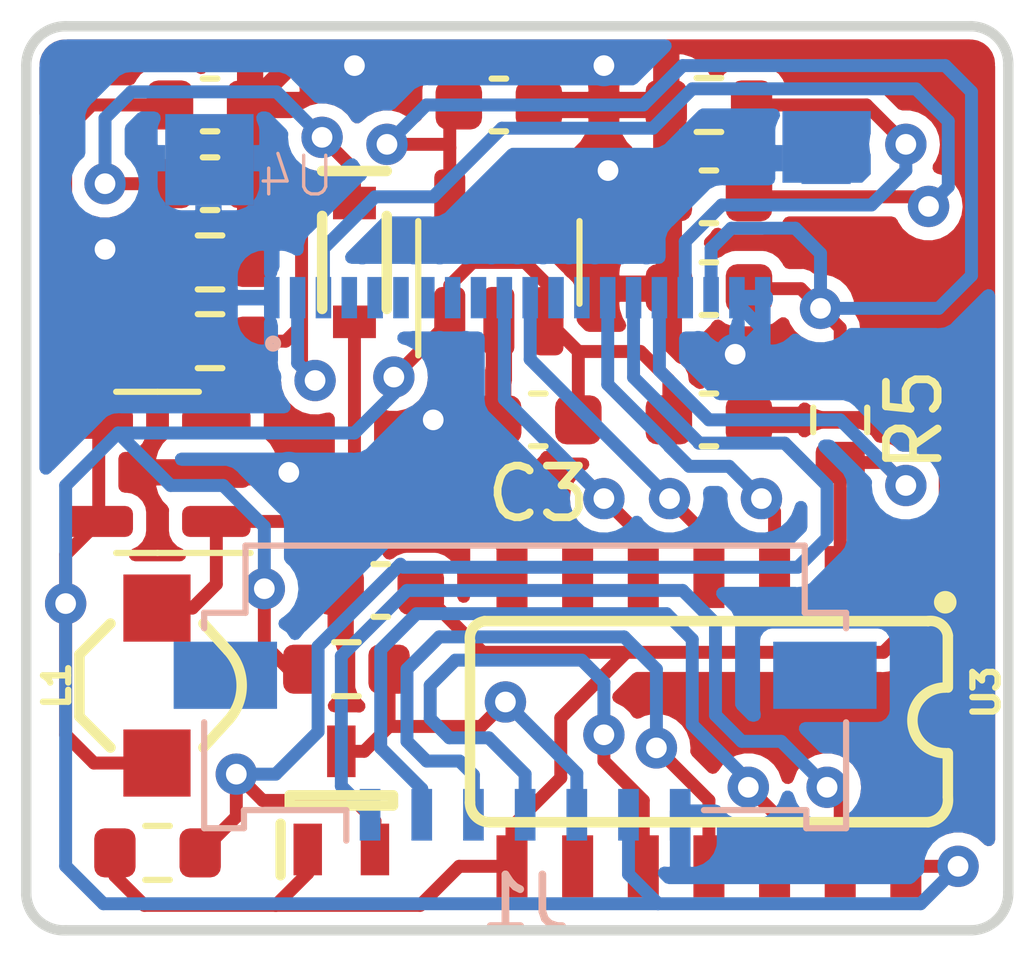
<source format=kicad_pcb>
(kicad_pcb (version 20211014) (generator pcbnew)
  (layers (0 "F.Cu" signal) (31 "B.Cu" signal) (34 "B.Paste" user) (35 "F.Paste" user) (36 "B.SilkS" user "B.Silkscreen") (37 "F.SilkS" user "F.Silkscreen") (38 "B.Mask" user) (39 "F.Mask" user) (44 "Edge.Cuts" user))
  (net 0 "")
  (net 1 "/VIN")
  (net 2 "GND")
  (net 3 "/3.3V")
  (net 4 "/12V")
  (net 5 "Net-(C8-Pad1)")
  (net 6 "Net-(D1-PadA)")
  (net 7 "CS_HIGH")
  (net 8 "DC_HIGH")
  (net 9 "SCLK_HIGH")
  (net 10 "SDIN_HIGH")
  (net 11 "RES_HIGH")
  (net 12 "RES")
  (net 13 "Net-(R1-Pad2)")
  (net 14 "CS")
  (net 15 "Net-(R6-Pad1)")
  (net 16 "DC")
  (net 17 "SCLK")
  (net 18 "SDIN")
  (footprint "Resistor_SMD:R_0603_1608Metric" (layer "F.Cu") (at 3.556 4.572)
    (fp_text reference "R2" hide)
    (fp_text value "5.6k")
    (fp_line (start -0.237258 -0.5225) (end 0.237258 -0.5225) (layer "F.SilkS") (width 0.12))
    (fp_line (start -0.237258 0.5225) (end 0.237258 0.5225) (layer "F.SilkS") (width 0.12))
    (pad "1" smd roundrect locked (at -0.825 0) (size 0.8 0.95) (layers "F.Cu" "F.Paste" "F.Mask") (net 13 "Net-(R1-Pad2)"))
    (pad "2" smd roundrect locked (at 0.825 0) (size 0.8 0.95) (layers "F.Cu" "F.Paste" "F.Mask") (net 2 "GND"))
  )
  (footprint "eec:SOD-323" (layer "F.Cu") (at 6.35 4.572 -90)
    (fp_text reference "D1" hide)
    (fp_text value "1A/23V/620mV")
    (fp_line (start -0.9 0.625) (end 0.9 0.625) (layer "F.SilkS") (width 0.2032))
    (fp_line (start -0.9 -0.625) (end 0.9 -0.625) (layer "F.SilkS") (width 0.2032))
    (fp_line (start -1.77 -0.625) (end -1.77 0.625) (layer "F.SilkS") (width 0.2032))
    (pad "A" smd rect (at 1.15 0 270) (size 0.63 0.83) (layers "F.Cu" "F.Paste" "F.Mask") (net 6 "Net-(D1-PadA)"))
    (pad "C" smd rect (at -1.15 0 270) (size 0.63 0.83) (layers "F.Cu" "F.Paste" "F.Mask") (net 4 "/12V"))
  )
  (footprint "Capacitor_SMD:C_0603_1608Metric" (layer "F.Cu") (at 3.556 1.524)
    (fp_text reference "C6" hide)
    (fp_text value "1.0u")
    (fp_line (start -0.14058 0.51) (end 0.14058 0.51) (layer "F.SilkS") (width 0.12))
    (fp_line (start -0.14058 -0.51) (end 0.14058 -0.51) (layer "F.SilkS") (width 0.12))
    (pad "1" smd roundrect locked (at -0.775 0) (size 0.9 0.95) (layers "F.Cu" "F.Paste" "F.Mask") (net 1 "/VIN"))
    (pad "2" smd roundrect locked (at 0.775 0) (size 0.9 0.95) (layers "F.Cu" "F.Paste" "F.Mask") (net 2 "GND"))
  )
  (footprint "Resistor_SMD:R_0603_1608Metric" (layer "F.Cu") (at 6.194446 12.446)
    (fp_text reference "R4" hide)
    (fp_text value "10k")
    (fp_line (start -0.237258 -0.5225) (end 0.237258 -0.5225) (layer "F.SilkS") (width 0.12))
    (fp_line (start -0.237258 0.5225) (end 0.237258 0.5225) (layer "F.SilkS") (width 0.12))
    (pad "1" smd roundrect locked (at -0.825 0) (size 0.8 0.95) (layers "F.Cu" "F.Paste" "F.Mask") (net 1 "/VIN"))
    (pad "2" smd roundrect locked (at 0.825 0) (size 0.8 0.95) (layers "F.Cu" "F.Paste" "F.Mask") (net 11 "RES_HIGH"))
  )
  (footprint "Capacitor_SMD:C_0603_1608Metric" (layer "F.Cu") (at 9.144 1.524)
    (fp_text reference "C2" hide)
    (fp_text value "2.2u")
    (fp_line (start -0.14058 -0.51) (end 0.14058 -0.51) (layer "F.SilkS") (width 0.12))
    (fp_line (start -0.14058 0.51) (end 0.14058 0.51) (layer "F.SilkS") (width 0.12))
    (pad "1" smd roundrect locked (at -0.775 0) (size 0.9 0.95) (layers "F.Cu" "F.Paste" "F.Mask") (net 3 "/3.3V"))
    (pad "2" smd roundrect locked (at 0.775 0) (size 0.9 0.95) (layers "F.Cu" "F.Paste" "F.Mask") (net 2 "GND"))
  )
  (footprint "Capacitor_SMD:C_0603_1608Metric" (layer "F.Cu") (at 6.858 10.922 180)
    (fp_text reference "C5" hide)
    (fp_text value "1.0u")
    (fp_line (start -0.14058 0.51) (end 0.14058 0.51) (layer "F.SilkS") (width 0.12))
    (fp_line (start -0.14058 -0.51) (end 0.14058 -0.51) (layer "F.SilkS") (width 0.12))
    (pad "1" smd roundrect locked (at -0.775 0 180) (size 0.9 0.95) (layers "F.Cu" "F.Paste" "F.Mask") (net 3 "/3.3V"))
    (pad "2" smd roundrect locked (at 0.775 0 180) (size 0.9 0.95) (layers "F.Cu" "F.Paste" "F.Mask") (net 2 "GND"))
  )
  (footprint "eec:CDRH124" (layer "F.Cu") (at 2.52895 12.762819 90)
    (fp_text reference "L1" (at 0 -1.651 90) (layer "F.SilkS") (effects (font (size 0.48768 0.48768) (thickness 0.12192)) (justify bottom)))
    (fp_text value "10uH")
    (fp_line (start 0.6783 1.3739) (end 1.2 0.9) (layer "F.SilkS") (width 0.2032))
    (fp_line (start -0.6 -1.5) (end 0.6 -1.5) (layer "F.SilkS") (width 0.2032))
    (fp_line (start -1.2 0.9) (end -0.6783 1.3739) (layer "F.SilkS") (width 0.2032))
    (fp_line (start 0.6 -1.5) (end 1.2 -0.9) (layer "F.SilkS") (width 0.2032))
    (fp_line (start -1.2 -0.9) (end -0.6 -1.5) (layer "F.SilkS") (width 0.2032))
    (fp_arc (start 0.678301 1.373899) (mid 0.000001 1.639111) (end -0.6783 1.3739) (layer "F.SilkS") (width 0.2032))
    (pad "P$1" smd rect (at -1.5 0 180) (size 1.3 1.3) (layers "F.Cu" "F.Paste" "F.Mask") (net 1 "/VIN"))
    (pad "P$2" smd rect (at 1.5 0 180) (size 1.3 1.3) (layers "F.Cu" "F.Paste" "F.Mask") (net 6 "Net-(D1-PadA)"))
  )
  (footprint "Capacitor_SMD:C_0603_1608Metric" (layer "F.Cu") (at 13.208 7.62)
    (fp_text reference "C1" hide)
    (fp_text value "1.0u")
    (fp_line (start -0.14058 -0.51) (end 0.14058 -0.51) (layer "F.SilkS") (width 0.12))
    (fp_line (start -0.14058 0.51) (end 0.14058 0.51) (layer "F.SilkS") (width 0.12))
    (pad "1" smd roundrect locked (at -0.775 0) (size 0.9 0.95) (layers "F.Cu" "F.Paste" "F.Mask") (net 1 "/VIN"))
    (pad "2" smd roundrect locked (at 0.775 0) (size 0.9 0.95) (layers "F.Cu" "F.Paste" "F.Mask") (net 2 "GND"))
  )
  (footprint "eec:SOT65P210X110-3N" (layer "F.Cu") (at 6.096 14.986 90)
    (fp_text reference "Q1" hide)
    (fp_text value "310mA/60V/1.6Ω" hide)
    (fp_line (start 0.1 1) (end -0.1 1) (layer "F.SilkS") (width 0.2))
    (fp_line (start 0.1 -1) (end 0.1 1) (layer "F.SilkS") (width 0.2))
    (fp_line (start -0.1 -1) (end 0.1 -1) (layer "F.SilkS") (width 0.2))
    (fp_line (start -0.1 1) (end -0.1 -1) (layer "F.SilkS") (width 0.2))
    (fp_line (start -1.45 -1.175) (end -0.45 -1.175) (layer "F.SilkS") (width 0.2))
    (pad "1" smd rect locked (at -0.95 -0.65 180) (size 0.55 1) (layers "F.Cu" "F.Paste" "F.Mask") (net 3 "/3.3V"))
    (pad "2" smd rect locked (at -0.95 0.65 180) (size 0.55 1) (layers "F.Cu" "F.Paste" "F.Mask") (net 12 "RES"))
    (pad "3" smd rect locked (at 0.95 0 180) (size 0.55 1) (layers "F.Cu" "F.Paste" "F.Mask") (net 11 "RES_HIGH"))
  )
  (footprint "Package_TO_SOT_SMD:SOT-23-5" (layer "F.Cu") (at 2.54 8.636 180)
    (fp_text reference "U2" hide)
    (fp_text value "AP3012" hide)
    (fp_line (start 0 -1.56) (end 0.8 -1.56) (layer "F.SilkS") (width 0.12))
    (fp_line (start 0 1.56) (end -0.8 1.56) (layer "F.SilkS") (width 0.12))
    (fp_line (start 0 1.56) (end 0.8 1.56) (layer "F.SilkS") (width 0.12))
    (fp_line (start 0 -1.56) (end -1.8 -1.56) (layer "F.SilkS") (width 0.12))
    (pad "1" smd roundrect locked (at -1.1375 -0.95 180) (size 1.325 0.6) (layers "F.Cu" "F.Paste" "F.Mask") (net 6 "Net-(D1-PadA)"))
    (pad "2" smd roundrect locked (at -1.1375 0 180) (size 1.325 0.6) (layers "F.Cu" "F.Paste" "F.Mask") (net 2 "GND"))
    (pad "3" smd roundrect locked (at -1.1375 0.95 180) (size 1.325 0.6) (layers "F.Cu" "F.Paste" "F.Mask") (net 13 "Net-(R1-Pad2)"))
    (pad "4" smd roundrect locked (at 1.1375 0.95 180) (size 1.325 0.6) (layers "F.Cu" "F.Paste" "F.Mask") (net 1 "/VIN"))
    (pad "5" smd roundrect locked (at 1.1375 -0.95 180) (size 1.325 0.6) (layers "F.Cu" "F.Paste" "F.Mask") (net 1 "/VIN"))
  )
  (footprint "Capacitor_SMD:C_0603_1608Metric" (layer "F.Cu") (at 13.208 3.302 180)
    (fp_text reference "C8" hide)
    (fp_text value "2.2u")
    (fp_line (start -0.14058 -0.51) (end 0.14058 -0.51) (layer "F.SilkS") (width 0.12))
    (fp_line (start -0.14058 0.51) (end 0.14058 0.51) (layer "F.SilkS") (width 0.12))
    (pad "1" smd roundrect locked (at -0.775 0 180) (size 0.9 0.95) (layers "F.Cu" "F.Paste" "F.Mask") (net 5 "Net-(C8-Pad1)"))
    (pad "2" smd roundrect locked (at 0.775 0 180) (size 0.9 0.95) (layers "F.Cu" "F.Paste" "F.Mask") (net 2 "GND"))
  )
  (footprint "Capacitor_SMD:C_0603_1608Metric" (layer "F.Cu") (at 3.556 3.048)
    (fp_text reference "C4" hide)
    (fp_text value "1.0u")
    (fp_line (start -0.14058 -0.51) (end 0.14058 -0.51) (layer "F.SilkS") (width 0.12))
    (fp_line (start -0.14058 0.51) (end 0.14058 0.51) (layer "F.SilkS") (width 0.12))
    (pad "1" smd roundrect locked (at -0.775 0) (size 0.9 0.95) (layers "F.Cu" "F.Paste" "F.Mask") (net 4 "/12V"))
    (pad "2" smd roundrect locked (at 0.775 0) (size 0.9 0.95) (layers "F.Cu" "F.Paste" "F.Mask") (net 2 "GND"))
  )
  (footprint "Resistor_SMD:R_0603_1608Metric" (layer "F.Cu") (at 15.748 7.62 -90)
    (fp_text reference "R5" (at 0 -1.43 90) (layer "F.SilkS"))
    (fp_text value "10k")
    (fp_line (start -0.237258 -0.5225) (end 0.237258 -0.5225) (layer "F.SilkS") (width 0.12))
    (fp_line (start -0.237258 0.5225) (end 0.237258 0.5225) (layer "F.SilkS") (width 0.12))
    (pad "1" smd roundrect locked (at -0.825 0 270) (size 0.8 0.95) (layers "F.Cu" "F.Paste" "F.Mask") (net 3 "/3.3V"))
    (pad "2" smd roundrect locked (at 0.825 0 270) (size 0.8 0.95) (layers "F.Cu" "F.Paste" "F.Mask") (net 14 "CS"))
  )
  (footprint "kbd:TXB0104" (layer "F.Cu") (at 13.208 13.462 180)
    (fp_text reference "U3" (at -5.08 0 90) (layer "F.SilkS") (effects (font (size 0.48768 0.48768) (thickness 0.12192)) (justify left top)))
    (fp_text value "TXB0104D")
    (fp_line (start -4.2418 1.9463) (end 4.3418 1.9463) (layer "F.SilkS") (width 0.2032))
    (fp_line (start 4.2418 -1.9463) (end -4.2418 -1.9463) (layer "F.SilkS") (width 0.2032))
    (fp_line (start -4.6228 -1.4526) (end -4.6228 -0.6096) (layer "F.SilkS") (width 0.2032))
    (fp_line (start -4.6228 1.6653) (end -4.6228 0.6604) (layer "F.SilkS") (width 0.2032))
    (fp_line (start 4.6228 1.5653) (end 4.6228 -1.5653) (layer "F.SilkS") (width 0.2032))
    (fp_arc (start 4.6228 1.5653) (mid 4.561208 1.813997) (end 4.3418 1.9463) (layer "F.SilkS") (width 0.2032))
    (fp_arc (start 4.2418 -1.9463) (mid 4.511237 -1.834736) (end 4.6228 -1.565298) (layer "F.SilkS") (width 0.2032))
    (fp_arc (start -4.572 -0.6096) (mid -3.937 0.0254) (end -4.572 0.6604) (layer "F.SilkS") (width 0.2032))
    (fp_arc (start -4.6228 -1.4653) (mid -4.531948 -1.784731) (end -4.2418 -1.9463) (layer "F.SilkS") (width 0.2032))
    (fp_arc (start -4.241799 1.946301) (mid -4.49054 1.884767) (end -4.6228 1.6653) (layer "F.SilkS") (width 0.2032))
    (fp_circle (center -4.572 2.3114) (end -4.462752 2.3114) (layer "F.SilkS") (width 0.218496) (fill solid))
    (pad "1" smd rect (at -3.81 2.8 180) (size 0.6 1.2) (layers "F.Cu" "F.Paste" "F.Mask") (net 3 "/3.3V"))
    (pad "2" smd rect (at -2.54 2.8 180) (size 0.6 1.2) (layers "F.Cu" "F.Paste" "F.Mask") (net 14 "CS"))
    (pad "3" smd rect (at -1.27 2.8 180) (size 0.6 1.2) (layers "F.Cu" "F.Paste" "F.Mask") (net 16 "DC"))
    (pad "4" smd rect (at 0 2.8 180) (size 0.6 1.2) (layers "F.Cu" "F.Paste" "F.Mask") (net 17 "SCLK"))
    (pad "5" smd rect (at 1.27 2.8 180) (size 0.6 1.2) (layers "F.Cu" "F.Paste" "F.Mask") (net 18 "SDIN"))
    (pad "6" smd rect (at 2.54 2.8 180) (size 0.6 1.2) (layers "F.Cu" "F.Paste" "F.Mask"))
    (pad "7" smd rect (at 3.81 2.8 180) (size 0.6 1.2) (layers "F.Cu" "F.Paste" "F.Mask") (net 2 "GND"))
    (pad "8" smd rect (at 3.81 -2.8 180) (size 0.6 1.2) (layers "F.Cu" "F.Paste" "F.Mask") (net 3 "/3.3V"))
    (pad "9" smd rect (at 2.54 -2.8 180) (size 0.6 1.2) (layers "F.Cu" "F.Paste" "F.Mask"))
    (pad "10" smd rect (at 1.27 -2.8 180) (size 0.6 1.2) (layers "F.Cu" "F.Paste" "F.Mask") (net 10 "SDIN_HIGH"))
    (pad "11" smd rect (at 0 -2.8 180) (size 0.6 1.2) (layers "F.Cu" "F.Paste" "F.Mask") (net 9 "SCLK_HIGH"))
    (pad "12" smd rect (at -1.27 -2.8 180) (size 0.6 1.2) (layers "F.Cu" "F.Paste" "F.Mask") (net 8 "DC_HIGH"))
    (pad "13" smd rect (at -2.54 -2.8 180) (size 0.6 1.2) (layers "F.Cu" "F.Paste" "F.Mask") (net 7 "CS_HIGH"))
    (pad "14" smd rect (at -3.81 -2.8 180) (size 0.6 1.2) (layers "F.Cu" "F.Paste" "F.Mask") (net 1 "/VIN"))
  )
  (footprint "Capacitor_SMD:C_0603_1608Metric" (layer "F.Cu") (at 9.906 7.62 180)
    (fp_text reference "C3" (at 0 -1.43) (layer "F.SilkS"))
    (fp_text value "1.0u")
    (fp_line (start -0.14058 0.51) (end 0.14058 0.51) (layer "F.SilkS") (width 0.12))
    (fp_line (start -0.14058 -0.51) (end 0.14058 -0.51) (layer "F.SilkS") (width 0.12))
    (pad "1" smd roundrect locked (at -0.775 0 180) (size 0.9 0.95) (layers "F.Cu" "F.Paste" "F.Mask") (net 1 "/VIN"))
    (pad "2" smd roundrect locked (at 0.775 0 180) (size 0.9 0.95) (layers "F.Cu" "F.Paste" "F.Mask") (net 2 "GND"))
  )
  (footprint "Capacitor_SMD:C_0603_1608Metric" (layer "F.Cu") (at 13.208 5.08 180)
    (fp_text reference "C7" hide)
    (fp_text value "1.0u")
    (fp_line (start -0.14058 -0.51) (end 0.14058 -0.51) (layer "F.SilkS") (width 0.12))
    (fp_line (start -0.14058 0.51) (end 0.14058 0.51) (layer "F.SilkS") (width 0.12))
    (pad "1" smd roundrect locked (at -0.775 0 180) (size 0.9 0.95) (layers "F.Cu" "F.Paste" "F.Mask") (net 3 "/3.3V"))
    (pad "2" smd roundrect locked (at 0.775 0 180) (size 0.9 0.95) (layers "F.Cu" "F.Paste" "F.Mask") (net 2 "GND"))
  )
  (footprint "Resistor_SMD:R_0603_1608Metric" (layer "F.Cu") (at 2.54 16.002)
    (fp_text reference "R3" hide)
    (fp_text value "10k" hide)
    (fp_line (start -0.237258 0.5225) (end 0.237258 0.5225) (layer "F.SilkS") (width 0.12))
    (fp_line (start -0.237258 -0.5225) (end 0.237258 -0.5225) (layer "F.SilkS") (width 0.12))
    (pad "1" smd roundrect locked (at -0.825 0) (size 0.8 0.95) (layers "F.Cu" "F.Paste" "F.Mask") (net 3 "/3.3V"))
    (pad "2" smd roundrect locked (at 0.825 0) (size 0.8 0.95) (layers "F.Cu" "F.Paste" "F.Mask") (net 12 "RES"))
  )
  (footprint "Package_TO_SOT_SMD:SOT-23-5" (layer "F.Cu") (at 9.144 4.572 90)
    (fp_text reference "U1" hide)
    (fp_text value "AP2112K-3.3V" hide)
    (fp_line (start 0 1.56) (end 0.8 1.56) (layer "F.SilkS") (width 0.12))
    (fp_line (start 0 1.56) (end -0.8 1.56) (layer "F.SilkS") (width 0.12))
    (fp_line (start 0 -1.56) (end 0.8 -1.56) (layer "F.SilkS") (width 0.12))
    (fp_line (start 0 -1.56) (end -1.8 -1.56) (layer "F.SilkS") (width 0.12))
    (pad "1" smd roundrect locked (at -1.1375 -0.95 90) (size 1.325 0.6) (layers "F.Cu" "F.Paste" "F.Mask") (net 1 "/VIN"))
    (pad "2" smd roundrect locked (at -1.1375 0 90) (size 1.325 0.6) (layers "F.Cu" "F.Paste" "F.Mask") (net 2 "GND"))
    (pad "3" smd roundrect locked (at -1.1375 0.95 90) (size 1.325 0.6) (layers "F.Cu" "F.Paste" "F.Mask") (net 1 "/VIN"))
    (pad "4" smd roundrect locked (at 1.1375 0.95 90) (size 1.325 0.6) (layers "F.Cu" "F.Paste" "F.Mask"))
    (pad "5" smd roundrect locked (at 1.1375 -0.95 90) (size 1.325 0.6) (layers "F.Cu" "F.Paste" "F.Mask") (net 3 "/3.3V"))
  )
  (footprint "Resistor_SMD:R_0603_1608Metric" (layer "F.Cu") (at 3.556 6.096 180)
    (fp_text reference "R1" hide)
    (fp_text value "47k")
    (fp_line (start -0.237258 -0.5225) (end 0.237258 -0.5225) (layer "F.SilkS") (width 0.12))
    (fp_line (start -0.237258 0.5225) (end 0.237258 0.5225) (layer "F.SilkS") (width 0.12))
    (pad "1" smd roundrect locked (at -0.825 0 180) (size 0.8 0.95) (layers "F.Cu" "F.Paste" "F.Mask") (net 4 "/12V"))
    (pad "2" smd roundrect locked (at 0.825 0 180) (size 0.8 0.95) (layers "F.Cu" "F.Paste" "F.Mask") (net 13 "Net-(R1-Pad2)"))
  )
  (footprint "Resistor_SMD:R_0603_1608Metric" (layer "F.Cu") (at 13.208 1.524 180)
    (fp_text reference "R6" hide)
    (fp_text value "390k" hide)
    (fp_line (start -0.237258 -0.5225) (end 0.237258 -0.5225) (layer "F.SilkS") (width 0.12))
    (fp_line (start -0.237258 0.5225) (end 0.237258 0.5225) (layer "F.SilkS") (width 0.12))
    (pad "1" smd roundrect locked (at -0.825 0 180) (size 0.8 0.95) (layers "F.Cu" "F.Paste" "F.Mask") (net 15 "Net-(R6-Pad1)"))
    (pad "2" smd roundrect locked (at 0.825 0 180) (size 0.8 0.95) (layers "F.Cu" "F.Paste" "F.Mask") (net 2 "GND"))
  )
  (footprint "kbd:AMPHENOL_10051922-2010ELF" (layer "B.Cu") (at 9.5 5.254)
    (fp_text reference "U4" (at -5.0658 -1.9142) (layer "B.SilkS") (effects (font (size 0.747776 0.747776) (thickness 0.065024)) (justify right bottom mirror)))
    (fp_text value "UG-6464TDDBG01")
    (fp_circle (center -4.7244 0.889) (end -4.644082 0.889) (layer "B.SilkS") (width 0.1524) (fill none))
    (pad "1" smd rect (at -4.75 0) (size 0.3 0.8) (layers "B.Cu" "B.Paste" "B.Mask") (net 2 "GND"))
    (pad "2" smd rect (at -4.25 0) (size 0.3 0.8) (layers "B.Cu" "B.Paste" "B.Mask") (net 4 "/12V"))
    (pad "3" smd rect (at -3.75 0) (size 0.3 0.8) (layers "B.Cu" "B.Paste" "B.Mask") (net 5 "Net-(C8-Pad1)"))
    (pad "4" smd rect (at -3.25 0) (size 0.3 0.8) (layers "B.Cu" "B.Paste" "B.Mask"))
    (pad "5" smd rect (at -2.75 0) (size 0.3 0.8) (layers "B.Cu" "B.Paste" "B.Mask"))
    (pad "6" smd rect (at -2.25 0) (size 0.3 0.8) (layers "B.Cu" "B.Paste" "B.Mask"))
    (pad "7" smd rect (at -1.75 0) (size 0.3 0.8) (layers "B.Cu" "B.Paste" "B.Mask"))
    (pad "8" smd rect (at -1.25 0) (size 0.3 0.8) (layers "B.Cu" "B.Paste" "B.Mask"))
    (pad "9" smd rect (at -0.75 0) (size 0.3 0.8) (layers "B.Cu" "B.Paste" "B.Mask"))
    (pad "10" smd rect (at -0.25 0) (size 0.3 0.8) (layers "B.Cu" "B.Paste" "B.Mask") (net 18 "SDIN"))
    (pad "11" smd rect (at 0.25 0) (size 0.3 0.8) (layers "B.Cu" "B.Paste" "B.Mask") (net 17 "SCLK"))
    (pad "12" smd rect (at 0.75 0) (size 0.3 0.8) (layers "B.Cu" "B.Paste" "B.Mask"))
    (pad "13" smd rect (at 1.25 0) (size 0.3 0.8) (layers "B.Cu" "B.Paste" "B.Mask"))
    (pad "14" smd rect (at 1.75 0) (size 0.3 0.8) (layers "B.Cu" "B.Paste" "B.Mask") (net 16 "DC"))
    (pad "15" smd rect (at 2.25 0) (size 0.3 0.8) (layers "B.Cu" "B.Paste" "B.Mask") (net 12 "RES"))
    (pad "16" smd rect (at 2.75 0) (size 0.3 0.8) (layers "B.Cu" "B.Paste" "B.Mask") (net 14 "CS"))
    (pad "17" smd rect (at 3.25 0) (size 0.3 0.8) (layers "B.Cu" "B.Paste" "B.Mask") (net 15 "Net-(R6-Pad1)"))
    (pad "18" smd rect (at 3.75 0) (size 0.3 0.8) (layers "B.Cu" "B.Paste" "B.Mask") (net 3 "/3.3V"))
    (pad "19" smd rect (at 4.25 0) (size 0.3 0.8) (layers "B.Cu" "B.Paste" "B.Mask") (net 2 "GND"))
    (pad "20" smd rect (at 4.75 0) (size 0.3 0.8) (layers "B.Cu" "B.Paste" "B.Mask") (net 2 "GND"))
    (pad "P$21" smd rect (at -5.975 -2.7) (size 0.95 1) (layers "B.Cu" "B.Paste" "B.Mask") (net 2 "GND"))
    (pad "P$22" smd rect (at 5.975 -2.7) (size 0.95 1) (layers "B.Cu" "B.Paste" "B.Mask") (net 2 "GND"))
  )
  (footprint "Connector_FFC-FPC:Molex_200528-0070_1x07-1MP_P1.00mm_Horizontal" (layer "B.Cu") (at 9.652 14.353978)
    (fp_text reference "J1" (at 0 2.61) (layer "B.SilkS") (effects (justify mirror)))
    (fp_text value "Conn_01x07" hide)
    (fp_line (start 5.44 1.17) (end 5.44 0.82) (layer "B.SilkS") (width 0.12))
    (fp_line (start 6.21 -3) (end 6.21 -2.7) (layer "B.SilkS") (width 0.12))
    (fp_line (start -5.41 -4.3) (end 5.41 -4.3) (layer "B.SilkS") (width 0.12))
    (fp_line (start -6.21 -3) (end -5.41 -3) (layer "B.SilkS") (width 0.12))
    (fp_line (start -3.46 0.82) (end -5.44 0.82) (layer "B.SilkS") (width 0.12))
    (fp_line (start -6.21 1.17) (end -6.21 -0.88) (layer "B.SilkS") (width 0.12))
    (fp_line (start -5.41 -3) (end -5.41 -4.3) (layer "B.SilkS") (width 0.12))
    (fp_line (start -5.44 0.82) (end -5.44 1.17) (layer "B.SilkS") (width 0.12))
    (fp_line (start 5.44 0.82) (end 3.46 0.82) (layer "B.SilkS") (width 0.12))
    (fp_line (start -3.46 1.41) (end -3.46 0.82) (layer "B.SilkS") (width 0.12))
    (fp_line (start 5.41 -3) (end 6.21 -3) (layer "B.SilkS") (width 0.12))
    (fp_line (start -5.44 1.17) (end -6.21 1.17) (layer "B.SilkS") (width 0.12))
    (fp_line (start 5.41 -4.3) (end 5.41 -3) (layer "B.SilkS") (width 0.12))
    (fp_line (start -6.21 -2.7) (end -6.21 -3) (layer "B.SilkS") (width 0.12))
    (fp_line (start 6.21 1.17) (end 5.44 1.17) (layer "B.SilkS") (width 0.12))
    (fp_line (start 6.21 -0.88) (end 6.21 1.17) (layer "B.SilkS") (width 0.12))
    (pad "1" smd rect locked (at -3 0.91) (size 0.4 1) (layers "B.Cu" "B.Paste" "B.Mask") (net 7 "CS_HIGH"))
    (pad "2" smd rect locked (at -2 0.91) (size 0.4 1) (layers "B.Cu" "B.Paste" "B.Mask") (net 8 "DC_HIGH"))
    (pad "3" smd rect locked (at -1 0.91) (size 0.4 1) (layers "B.Cu" "B.Paste" "B.Mask") (net 9 "SCLK_HIGH"))
    (pad "4" smd rect locked (at 0 0.91) (size 0.4 1) (layers "B.Cu" "B.Paste" "B.Mask") (net 10 "SDIN_HIGH"))
    (pad "5" smd rect locked (at 1 0.91) (size 0.4 1) (layers "B.Cu" "B.Paste" "B.Mask") (net 11 "RES_HIGH"))
    (pad "6" smd rect locked (at 2 0.91) (size 0.4 1) (layers "B.Cu" "B.Paste" "B.Mask") (net 1 "/VIN"))
    (pad "7" smd rect locked (at 3 0.91) (size 0.4 1) (layers "B.Cu" "B.Paste" "B.Mask") (net 2 "GND"))
    (pad "MP" smd rect locked (at -5.8 -1.79) (size 2 1.3) (layers "B.Cu" "B.Paste" "B.Mask"))
    (pad "MP" smd rect locked (at 5.8 -1.79) (size 2 1.3) (layers "B.Cu" "B.Paste" "B.Mask"))
  )
  (gr_arc (start 0.762 17.5) (mid 0.238925 17.314815) (end 0 16.814) (layer "Edge.Cuts") (width 0.2))
  (gr_line (start 0 0.762) (end 0 16.814) (layer "Edge.Cuts") (width 0.2))
  (gr_arc (start 0 0.762) (mid 0.223185 0.223185) (end 0.762 0) (layer "Edge.Cuts") (width 0.2))
  (gr_line (start 0.762 17.5) (end 18.288 17.5) (layer "Edge.Cuts") (width 0.2))
  (gr_line (start 0.762 0) (end 18.288 0) (layer "Edge.Cuts") (width 0.2))
  (gr_arc (start 18.288 0) (mid 18.800875 0.23127) (end 19 0.75746) (layer "Edge.Cuts") (width 0.2))
  (gr_line (start 19 0.75746) (end 19 16.764) (layer "Edge.Cuts") (width 0.2))
  (gr_arc (start 19 16.764) (mid 18.796431 17.27946) (end 18.288 17.5) (layer "Edge.Cuts") (width 0.2))
  (segment (start 1.4025 9.586) (end 0.762 10.2265) (width 0.25) (layer "F.Cu") (net 1))
  (segment (start 0.762 13.716) (end 1.308819 14.262819) (width 0.25) (layer "F.Cu") (net 1))
  (segment (start 1.4025 7.686) (end 1.4025 9.586) (width 0.25) (layer "F.Cu") (net 1))
  (segment (start 0.762 2.032) (end 0.762 5.334) (width 0.25) (layer "F.Cu") (net 1))
  (segment (start 0.762 10.2265) (end 0.762 11.176) (width 0.25) (layer "F.Cu") (net 1))
  (segment (start 10.681 7.62) (end 10.681 6.2965) (width 0.25) (layer "F.Cu") (net 1))
  (segment (start 2.781 1.524) (end 1.27 1.524) (width 0.25) (layer "F.Cu") (net 1))
  (segment (start 4.606077 11.972077) (end 4.606077 10.887923) (width 0.25) (layer "F.Cu") (net 1))
  (segment (start 9.652 4.572) (end 10.094 5.014) (width 0.25) (layer "F.Cu") (net 1))
  (segment (start 0.762 11.176) (end 0.762 13.716) (width 0.25) (layer "F.Cu") (net 1))
  (segment (start 8.194 5.7095) (end 8.194 5.014) (width 0.25) (layer "F.Cu") (net 1))
  (segment (start 17.018 16.262) (end 18.028 16.262) (width 0.25) (layer "F.Cu") (net 1))
  (segment (start 1.4025 5.9745) (end 1.4025 7.686) (width 0.25) (layer "F.Cu") (net 1))
  (segment (start 12.433 6.845) (end 12.433 7.62) (width 0.25) (layer "F.Cu") (net 1))
  (segment (start 0.762 5.334) (end 1.4025 5.9745) (width 0.25) (layer "F.Cu") (net 1))
  (segment (start 5.08 12.446) (end 5.369446 12.446) (width 0.25) (layer "F.Cu") (net 1))
  (segment (start 8.636 4.572) (end 9.652 4.572) (width 0.25) (layer "F.Cu") (net 1))
  (segment (start 11.8845 6.2965) (end 11.938 6.35) (width 0.25) (layer "F.Cu") (net 1))
  (segment (start 8.194 5.7095) (end 7.112 6.7915) (width 0.25) (layer "F.Cu") (net 1))
  (segment (start 5.08 12.446) (end 4.606077 11.972077) (width 0.25) (layer "F.Cu") (net 1))
  (segment (start 8.194 5.014) (end 8.636 4.572) (width 0.25) (layer "F.Cu") (net 1))
  (segment (start 10.681 6.2965) (end 11.8845 6.2965) (width 0.25) (layer "F.Cu") (net 1))
  (segment (start 10.094 5.014) (end 10.094 5.7095) (width 0.25) (layer "F.Cu") (net 1))
  (segment (start 1.308819 14.262819) (end 2.52895 14.262819) (width 0.25) (layer "F.Cu") (net 1))
  (segment (start 10.681 6.2965) (end 10.094 5.7095) (width 0.25) (layer "F.Cu") (net 1))
  (segment (start 11.938 6.35) (end 12.433 6.845) (width 0.25) (layer "F.Cu") (net 1))
  (segment (start 1.27 1.524) (end 0.762 2.032) (width 0.25) (layer "F.Cu") (net 1))
  (via (at 7.112 6.7915) (size 0.8) (drill 0.4) (layers "F.Cu" "B.Cu") (net 1))
  (via (at 4.606077 10.887923) (size 0.8) (drill 0.4) (layers "F.Cu" "B.Cu") (net 1))
  (via (at 18.028 16.262) (size 0.8) (drill 0.4) (layers "F.Cu" "B.Cu") (net 1))
  (via (at 0.762 11.176) (size 0.8) (drill 0.4) (layers "F.Cu" "B.Cu") (net 1))
  (segment (start 12.223489 16.986511) (end 17.303489 16.986511) (width 0.25) (layer "B.Cu") (net 1))
  (segment (start 11.652 16.415022) (end 12.223489 16.986511) (width 0.25) (layer "B.Cu") (net 1))
  (segment (start 0.762 8.89) (end 1.778 7.874) (width 0.25) (layer "B.Cu") (net 1))
  (segment (start 3.81 8.89) (end 4.606077 9.686077) (width 0.25) (layer "B.Cu") (net 1))
  (segment (start 6.35 7.874) (end 7.112 7.112) (width 0.25) (layer "B.Cu") (net 1))
  (segment (start 18.028 16.262) (end 17.303489 16.986511) (width 0.25) (layer "B.Cu") (net 1))
  (segment (start 1.778 7.874) (end 2.794 8.89) (width 0.25) (layer "B.Cu") (net 1))
  (segment (start 0.762 16.256) (end 0.762 11.176) (width 0.25) (layer "B.Cu") (net 1))
  (segment (start 0.762 11.176) (end 0.762 8.89) (width 0.25) (layer "B.Cu") (net 1))
  (segment (start 4.606077 9.686077) (end 4.606077 10.887923) (width 0.25) (layer "B.Cu") (net 1))
  (segment (start 11.652 15.263978) (end 11.652 16.415022) (width 0.25) (layer "B.Cu") (net 1))
  (segment (start 7.112 7.112) (end 7.112 6.7915) (width 0.25) (layer "B.Cu") (net 1))
  (segment (start 2.794 8.89) (end 3.81 8.89) (width 0.25) (layer "B.Cu") (net 1))
  (segment (start 1.778 7.874) (end 6.35 7.874) (width 0.25) (layer "B.Cu") (net 1))
  (segment (start 1.492511 16.986511) (end 0.762 16.256) (width 0.25) (layer "B.Cu") (net 1))
  (segment (start 1.492511 16.986511) (end 12.223489 16.986511) (width 0.25) (layer "B.Cu") (net 1))
  (segment (start 11.176 1.524) (end 11.176 0.762) (width 0.381) (layer "F.Cu") (net 2))
  (segment (start 12.433 1.574) (end 12.383 1.524) (width 0.381) (layer "F.Cu") (net 2))
  (segment (start 6.604 9.652) (end 8.89 9.652) (width 0.381) (layer "F.Cu") (net 2))
  (segment (start 13.716 6.35) (end 13.983 6.617) (width 0.381) (layer "F.Cu") (net 2))
  (segment (start 13.983 6.617) (end 13.983 7.62) (width 0.381) (layer "F.Cu") (net 2))
  (segment (start 6.083 10.173) (end 6.604 9.652) (width 0.381) (layer "F.Cu") (net 2))
  (segment (start 8.89 9.652) (end 7.874 8.636) (width 0.381) (layer "F.Cu") (net 2))
  (segment (start 8.89 9.652) (end 9.398 10.16) (width 0.381) (layer "F.Cu") (net 2))
  (segment (start 12.7 6.35) (end 13.716 6.35) (width 0.381) (layer "F.Cu") (net 2))
  (segment (start 4.331 1.524) (end 4.331 4.522) (width 0.381) (layer "F.Cu") (net 2))
  (segment (start 5.093 0.762) (end 6.35 0.762) (width 0.381) (layer "F.Cu") (net 2))
  (segment (start 12.433 5.08) (end 12.433 3.302) (width 0.381) (layer "F.Cu") (net 2))
  (segment (start 9.131 5.7225) (end 9.144 5.7095) (width 0.381) (layer "F.Cu") (net 2))
  (segment (start 11.176 1.524) (end 12.383 1.524) (width 0.381) (layer "F.Cu") (net 2))
  (segment (start 4.331 1.524) (end 5.093 0.762) (width 0.381) (layer "F.Cu") (net 2))
  (segment (start 12.433 6.083) (end 12.7 6.35) (width 0.381) (layer "F.Cu") (net 2))
  (segment (start 12.433 5.08) (end 12.433 6.083) (width 0.381) (layer "F.Cu") (net 2))
  (segment (start 6.083 10.922) (end 6.083 10.173) (width 0.381) (layer "F.Cu") (net 2))
  (segment (start 4.331 4.522) (end 4.381 4.572) (width 0.381) (layer "F.Cu") (net 2))
  (segment (start 7.874 8.636) (end 7.874 7.62) (width 0.381) (layer "F.Cu") (net 2))
  (segment (start 9.131 7.62) (end 9.131 5.7225) (width 0.381) (layer "F.Cu") (net 2))
  (segment (start 9.919 1.524) (end 11.176 1.524) (width 0.381) (layer "F.Cu") (net 2))
  (segment (start 9.398 10.16) (end 9.398 10.662) (width 0.381) (layer "F.Cu") (net 2))
  (segment (start 9.131 7.62) (end 7.874 7.62) (width 0.381) (layer "F.Cu") (net 2))
  (segment (start 3.6775 8.636) (end 5.08 8.636) (width 0.381) (layer "F.Cu") (net 2))
  (via (at 13.716 6.35) (size 0.8) (drill 0.4) (layers "F.Cu" "B.Cu") (net 2))
  (via (at 11.176 0.762) (size 0.8) (drill 0.4) (layers "F.Cu" "B.Cu") (net 2))
  (via (at 11.255824 2.794) (size 0.8) (drill 0.4) (layers "F.Cu" "B.Cu") (net 2))
  (via (at 7.874 7.62) (size 0.8) (drill 0.4) (layers "F.Cu" "B.Cu") (net 2))
  (via (at 1.524 4.318) (size 0.8) (drill 0.4) (layers "F.Cu" "B.Cu") (net 2))
  (via (at 6.35 0.762) (size 0.8) (drill 0.4) (layers "F.Cu" "B.Cu") (net 2))
  (via (at 5.08 8.636) (size 0.8) (drill 0.4) (layers "F.Cu" "B.Cu") (net 2))
  (segment (start 5.08 8.636) (end 6.858 8.636) (width 0.381) (layer "B.Cu") (net 2))
  (segment (start 6.35 0.762) (end 10.922 0.762) (width 0.381) (layer "B.Cu") (net 2))
  (segment (start 14.25 5) (end 14.25 5.868) (width 0.25) (layer "B.Cu") (net 2))
  (segment (start 14.25 5.868) (end 13.768 6.35) (width 0.25) (layer "B.Cu") (net 2))
  (segment (start 13.768 6.35) (end 13.716 6.35) (width 0.25) (layer "B.Cu") (net 2))
  (segment (start 14.25 5.868) (end 13.75 5.368) (width 0.25) (layer "B.Cu") (net 2))
  (segment (start 10.922 0.762) (end 11.176 0.762) (width 0.381) (layer "B.Cu") (net 2))
  (segment (start 6.858 8.636) (end 7.874 7.62) (width 0.381) (layer "B.Cu") (net 2))
  (segment (start 15.748 5.842) (end 15.748 6.795) (width 0.25) (layer "F.Cu") (net 3))
  (segment (start 10.341748 13.389748) (end 11.611748 12.119748) (width 0.25) (layer "F.Cu") (net 3))
  (segment (start 7.62 17.018) (end 8.376 16.262) (width 0.25) (layer "F.Cu") (net 3))
  (segment (start 8.194 2.352) (end 8.128 2.286) (width 0.25) (layer "F.Cu") (net 3))
  (segment (start 16.955 6.795) (end 17.78 7.62) (width 0.25) (layer "F.Cu") (net 3))
  (segment (start 17.78 7.62) (end 17.78 9.9) (width 0.25) (layer "F.Cu") (net 3))
  (segment (start 8.194 1.699) (end 8.369 1.524) (width 0.25) (layer "F.Cu") (net 3))
  (segment (start 8.376 16.262) (end 9.398 16.262) (width 0.25) (layer "F.Cu") (net 3))
  (segment (start 4.826 17.018) (end 5.446 16.398) (width 0.25) (layer "F.Cu") (net 3))
  (segment (start 9.398 15.494) (end 10.341748 14.550252) (width 0.25) (layer "F.Cu") (net 3))
  (segment (start 15.748 6.795) (end 16.955 6.795) (width 0.25) (layer "F.Cu") (net 3))
  (segment (start 7.633 10.922) (end 8.830748 12.119748) (width 0.25) (layer "F.Cu") (net 3))
  (segment (start 17.78 9.9) (end 17.018 10.662) (width 0.25) (layer "F.Cu") (net 3))
  (segment (start 8.194 3.4345) (end 8.194 2.352) (width 0.25) (layer "F.Cu") (net 3))
  (segment (start 17.018 11.684) (end 16.582252 12.119748) (width 0.25) (layer "F.Cu") (net 3))
  (segment (start 17.018 10.662) (end 17.018 11.684) (width 0.25) (layer "F.Cu") (net 3))
  (segment (start 2.286 17.018) (end 4.826 17.018) (width 0.25) (layer "F.Cu") (net 3))
  (segment (start 8.194 2.352) (end 8.194 1.699) (width 0.25) (layer "F.Cu") (net 3))
  (segment (start 14.986 5.08) (end 15.367 5.461) (width 0.25) (layer "F.Cu") (net 3))
  (segment (start 4.826 17.018) (end 7.62 17.018) (width 0.25) (layer "F.Cu") (net 3))
  (segment (start 10.341748 14.550252) (end 10.341748 13.389748) (width 0.25) (layer "F.Cu") (net 3))
  (segment (start 8.128 2.286) (end 6.979165 2.286) (width 0.25) (layer "F.Cu") (net 3))
  (segment (start 9.398 16.262) (end 9.398 15.494) (width 0.25) (layer "F.Cu") (net 3))
  (segment (start 15.367 5.461) (end 15.748 5.842) (width 0.25) (layer "F.Cu") (net 3))
  (segment (start 1.715 16.002) (end 1.715 16.447) (width 0.25) (layer "F.Cu") (net 3))
  (segment (start 13.983 5.08) (end 14.986 5.08) (width 0.25) (layer "F.Cu") (net 3))
  (segment (start 16.582252 12.119748) (end 11.611748 12.119748) (width 0.25) (layer "F.Cu") (net 3))
  (segment (start 11.611748 12.119748) (end 8.830748 12.119748) (width 0.25) (layer "F.Cu") (net 3))
  (segment (start 5.446 16.398) (end 5.446 15.936) (width 0.25) (layer "F.Cu") (net 3))
  (segment (start 1.715 16.447) (end 2.286 17.018) (width 0.25) (layer "F.Cu") (net 3))
  (via (at 15.367 5.461) (size 0.8) (drill 0.4) (layers "F.Cu" "B.Cu") (net 3))
  (via (at 6.979165 2.286) (size 0.8) (drill 0.4) (layers "F.Cu" "B.Cu") (net 3))
  (segment (start 13.25 4.300978) (end 13.641467 3.909511) (width 0.25) (layer "B.Cu") (net 3))
  (segment (start 17.653 5.461) (end 18.288 4.826) (width 0.25) (layer "B.Cu") (net 3))
  (segment (start 13.25 5) (end 13.25 4.300978) (width 0.25) (layer "B.Cu") (net 3))
  (segment (start 18.288 1.27) (end 17.78 0.762) (width 0.25) (layer "B.Cu") (net 3))
  (segment (start 7.741165 1.524) (end 6.979165 2.286) (width 0.25) (layer "B.Cu") (net 3))
  (segment (start 15.367 5.461) (end 17.653 5.461) (width 0.25) (layer "B.Cu") (net 3))
  (segment (start 13.641467 3.909511) (end 14.878545 3.909511) (width 0.25) (layer "B.Cu") (net 3))
  (segment (start 11.938 1.524) (end 7.741165 1.524) (width 0.25) (layer "B.Cu") (net 3))
  (segment (start 15.367 4.397966) (end 15.367 5.461) (width 0.25) (layer "B.Cu") (net 3))
  (segment (start 14.878545 3.909511) (end 15.367 4.397966) (width 0.25) (layer "B.Cu") (net 3))
  (segment (start 12.7 0.762) (end 11.938 1.524) (width 0.25) (layer "B.Cu") (net 3))
  (segment (start 17.78 0.762) (end 12.7 0.762) (width 0.25) (layer "B.Cu") (net 3))
  (segment (start 18.288 4.826) (end 18.288 1.27) (width 0.25) (layer "B.Cu") (net 3))
  (segment (start 5.890462 3.422) (end 6.35 3.422) (width 0.25) (layer "F.Cu") (net 4))
  (segment (start 5.326427 5.788369) (end 5.326427 3.986035) (width 0.25) (layer "F.Cu") (net 4))
  (segment (start 5.326427 6.596427) (end 5.588 6.858) (width 0.25) (layer "F.Cu") (net 4))
  (segment (start 6.35 3.422) (end 6.35 2.777236) (width 0.25) (layer "F.Cu") (net 4))
  (segment (start 5.018796 6.096) (end 5.326427 5.788369) (width 0.25) (layer "F.Cu") (net 4))
  (segment (start 5.326427 3.986035) (end 5.890462 3.422) (width 0.25) (layer "F.Cu") (net 4))
  (segment (start 4.381 6.096) (end 5.018796 6.096) (width 0.25) (layer "F.Cu") (net 4))
  (segment (start 2.781 3.048) (end 1.524 3.048) (width 0.25) (layer "F.Cu") (net 4))
  (segment (start 5.326427 5.788369) (end 5.326427 6.596427) (width 0.25) (layer "F.Cu") (net 4))
  (segment (start 6.35 2.777236) (end 5.723382 2.150618) (width 0.25) (layer "F.Cu") (net 4))
  (via (at 5.723382 2.150618) (size 0.8) (drill 0.4) (layers "F.Cu" "B.Cu") (net 4))
  (via (at 5.588 6.858) (size 0.8) (drill 0.4) (layers "F.Cu" "B.Cu") (net 4))
  (via (at 1.524 3.048) (size 0.8) (drill 0.4) (layers "F.Cu" "B.Cu") (net 4))
  (segment (start 5.588 6.858) (end 5.25 6.52) (width 0.25) (layer "B.Cu") (net 4))
  (segment (start 1.524 3.048) (end 1.524 1.778) (width 0.25) (layer "B.Cu") (net 4))
  (segment (start 1.524 1.778) (end 2.032 1.27) (width 0.25) (layer "B.Cu") (net 4))
  (segment (start 5.25 6.52) (end 5.25 5) (width 0.25) (layer "B.Cu") (net 4))
  (segment (start 2.032 1.27) (end 4.842764 1.27) (width 0.25) (layer "B.Cu") (net 4))
  (segment (start 4.842764 1.27) (end 5.723382 2.150618) (width 0.25) (layer "B.Cu") (net 4))
  (segment (start 13.983 3.302) (end 17.272 3.302) (width 0.25) (layer "F.Cu") (net 5))
  (segment (start 17.272 3.302) (end 17.45748 3.48748) (width 0.25) (layer "F.Cu") (net 5))
  (via (at 17.45748 3.48748) (size 0.8) (drill 0.4) (layers "F.Cu" "B.Cu") (net 5))
  (segment (start 12.124198 1.97352) (end 12.886198 1.21152) (width 0.25) (layer "B.Cu") (net 5))
  (segment (start 17.45748 3.48748) (end 17.83848 3.10648) (width 0.25) (layer "B.Cu") (net 5))
  (segment (start 12.886198 1.21152) (end 17.21352 1.21152) (width 0.25) (layer "B.Cu") (net 5))
  (segment (start 9.20248 1.97352) (end 12.124198 1.97352) (width 0.25) (layer "B.Cu") (net 5))
  (segment (start 17.78 1.778) (end 17.83848 1.83648) (width 0.25) (layer "B.Cu") (net 5))
  (segment (start 17.21352 1.21152) (end 17.78 1.778) (width 0.25) (layer "B.Cu") (net 5))
  (segment (start 7.874 3.302) (end 9.20248 1.97352) (width 0.25) (layer "B.Cu") (net 5))
  (segment (start 5.75 5) (end 5.75 4.300978) (width 0.25) (layer "B.Cu") (net 5))
  (segment (start 6.748978 3.302) (end 7.874 3.302) (width 0.25) (layer "B.Cu") (net 5))
  (segment (start 5.75 4.300978) (end 6.748978 3.302) (width 0.25) (layer "B.Cu") (net 5))
  (segment (start 17.83848 1.83648) (end 17.83848 3.10648) (width 0.25) (layer "B.Cu") (net 5))
  (segment (start 3.6775 9.586) (end 3.6775 10.8005) (width 0.25) (layer "F.Cu") (net 6))
  (segment (start 3.6775 9.586) (end 5.654 9.586) (width 0.25) (layer "F.Cu") (net 6))
  (segment (start 6.35 8.89) (end 6.35 5.722) (width 0.25) (layer "F.Cu") (net 6))
  (segment (start 3.6775 10.8005) (end 3.215181 11.262819) (width 0.25) (layer "F.Cu") (net 6))
  (segment (start 5.654 9.586) (end 6.35 8.89) (width 0.25) (layer "F.Cu") (net 6))
  (segment (start 3.215181 11.262819) (end 2.52895 11.262819) (width 0.25) (layer "F.Cu") (net 6))
  (segment (start 15.748 16.262) (end 15.748 14.986) (width 0.25) (layer "F.Cu") (net 7))
  (segment (start 15.748 14.986) (end 15.494 14.732) (width 0.25) (layer "F.Cu") (net 7))
  (via (at 15.494 14.732) (size 0.8) (drill 0.4) (layers "F.Cu" "B.Cu") (net 7))
  (segment (start 13.335 13.335) (end 13.843 13.843) (width 0.25) (layer "B.Cu") (net 7))
  (segment (start 7.366 10.922) (end 12.7 10.922) (width 0.25) (layer "B.Cu") (net 7))
  (segment (start 13.843 13.843) (end 14.605 13.843) (width 0.25) (layer "B.Cu") (net 7))
  (segment (start 13.335 11.557) (end 13.335 13.335) (width 0.25) (layer "B.Cu") (net 7))
  (segment (start 12.7 10.922) (end 13.335 11.557) (width 0.25) (layer "B.Cu") (net 7))
  (segment (start 14.605 13.843) (end 15.494 14.732) (width 0.25) (layer "B.Cu") (net 7))
  (segment (start 6.652 15.263978) (end 6.096 14.707978) (width 0.25) (layer "B.Cu") (net 7))
  (segment (start 6.096 12.192) (end 7.366 10.922) (width 0.25) (layer "B.Cu") (net 7))
  (segment (start 6.096 14.707978) (end 6.096 12.192) (width 0.25) (layer "B.Cu") (net 7))
  (segment (start 14.478 16.262) (end 14.478 15.24) (width 0.25) (layer "F.Cu") (net 8))
  (segment (start 14.478 15.24) (end 13.97 14.732) (width 0.25) (layer "F.Cu") (net 8))
  (via (at 13.97 14.732) (size 0.8) (drill 0.4) (layers "F.Cu" "B.Cu") (net 8))
  (segment (start 7.652 14.764) (end 7.652 15.263978) (width 0.25) (layer "B.Cu") (net 8))
  (segment (start 7.552198 11.37152) (end 6.858 12.065718) (width 0.25) (layer "B.Cu") (net 8))
  (segment (start 13.97 14.732) (end 13.97 14.605718) (width 0.25) (layer "B.Cu") (net 8))
  (segment (start 12.88548 13.521197) (end 12.88548 11.86948) (width 0.25) (layer "B.Cu") (net 8))
  (segment (start 6.858 12.065718) (end 6.858 13.97) (width 0.25) (layer "B.Cu") (net 8))
  (segment (start 6.858 13.97) (end 7.652 14.764) (width 0.25) (layer "B.Cu") (net 8))
  (segment (start 13.97 14.605718) (end 12.88548 13.521197) (width 0.25) (layer "B.Cu") (net 8))
  (segment (start 12.38752 11.37152) (end 7.552198 11.37152) (width 0.25) (layer "B.Cu") (net 8))
  (segment (start 12.88548 11.86948) (end 12.38752 11.37152) (width 0.25) (layer "B.Cu") (net 8))
  (segment (start 13.208 14.986) (end 12.192 13.97) (width 0.25) (layer "F.Cu") (net 9))
  (segment (start 13.208 16.262) (end 13.208 14.986) (width 0.25) (layer "F.Cu") (net 9))
  (via (at 12.192 13.97) (size 0.8) (drill 0.4) (layers "F.Cu" "B.Cu") (net 9))
  (segment (start 12.192 13.97) (end 12.192 12.446) (width 0.25) (layer "B.Cu") (net 9))
  (segment (start 8.652 14.494) (end 8.652 15.263978) (width 0.25) (layer "B.Cu") (net 9))
  (segment (start 7.99096 11.82104) (end 7.366 12.446) (width 0.25) (layer "B.Cu") (net 9))
  (segment (start 7.366 13.842282) (end 7.747718 14.224) (width 0.25) (layer "B.Cu") (net 9))
  (segment (start 7.366 12.446) (end 7.366 13.842282) (width 0.25) (layer "B.Cu") (net 9))
  (segment (start 12.192 12.446) (end 11.56704 11.82104) (width 0.25) (layer "B.Cu") (net 9))
  (segment (start 11.56704 11.82104) (end 7.99096 11.82104) (width 0.25) (layer "B.Cu") (net 9))
  (segment (start 7.747718 14.224) (end 8.382 14.224) (width 0.25) (layer "B.Cu") (net 9))
  (segment (start 8.382 14.224) (end 8.652 14.494) (width 0.25) (layer "B.Cu") (net 9))
  (segment (start 11.176 13.716) (end 11.176 14.224) (width 0.25) (layer "F.Cu") (net 10))
  (segment (start 11.176 14.224) (end 11.938 14.986) (width 0.25) (layer "F.Cu") (net 10))
  (segment (start 11.938 14.986) (end 11.938 16.262) (width 0.25) (layer "F.Cu") (net 10))
  (via (at 11.176 13.716) (size 0.8) (drill 0.4) (layers "F.Cu" "B.Cu") (net 10))
  (segment (start 7.81552 13.40352) (end 8.18648 13.77448) (width 0.25) (layer "B.Cu") (net 10))
  (segment (start 8.30344 12.27056) (end 10.74656 12.27056) (width 0.25) (layer "B.Cu") (net 10))
  (segment (start 10.74656 12.27056) (end 11.176 12.7) (width 0.25) (layer "B.Cu") (net 10))
  (segment (start 8.94848 13.77448) (end 9.652 14.478) (width 0.25) (layer "B.Cu") (net 10))
  (segment (start 8.94848 13.77448) (end 8.18648 13.77448) (width 0.25) (layer "B.Cu") (net 10))
  (segment (start 11.176 12.7) (end 11.176 13.716) (width 0.25) (layer "B.Cu") (net 10))
  (segment (start 9.652 15.263978) (end 9.652 14.478) (width 0.25) (layer "B.Cu") (net 10))
  (segment (start 7.81552 12.75848) (end 7.81552 13.40352) (width 0.25) (layer "B.Cu") (net 10))
  (segment (start 7.81552 12.75848) (end 8.30344 12.27056) (width 0.25) (layer "B.Cu") (net 10))
  (segment (start 8.797446 13.554554) (end 9.271 13.081) (width 0.25) (layer "F.Cu") (net 11))
  (segment (start 6.538 14.036) (end 7.019446 13.554554) (width 0.25) (layer "F.Cu") (net 11))
  (segment (start 7.019446 13.554554) (end 8.797446 13.554554) (width 0.25) (layer "F.Cu") (net 11))
  (segment (start 6.096 14.036) (end 6.538 14.036) (width 0.25) (layer "F.Cu") (net 11))
  (segment (start 7.019446 13.554554) (end 7.019446 12.446) (width 0.25) (layer "F.Cu") (net 11))
  (via (at 9.271 13.081) (size 0.8) (drill 0.4) (layers "F.Cu" "B.Cu") (net 11))
  (segment (start 10.652 14.462) (end 9.271 13.081) (width 0.25) (layer "B.Cu") (net 11))
  (segment (start 10.652 15.263978) (end 10.652 14.462) (width 0.25) (layer "B.Cu") (net 11))
  (segment (start 6.35 14.986) (end 6.746 15.382) (width 0.25) (layer "F.Cu") (net 12))
  (segment (start 4.064 15.303) (end 4.064 14.478) (width 0.25) (layer "F.Cu") (net 12))
  (segment (start 4.572 14.986) (end 6.35 14.986) (width 0.25) (layer "F.Cu") (net 12))
  (segment (start 6.746 15.382) (end 6.746 15.936) (width 0.25) (layer "F.Cu") (net 12))
  (segment (start 4.064 14.478) (end 4.572 14.986) (width 0.25) (layer "F.Cu") (net 12))
  (segment (start 3.365 16.002) (end 4.064 15.303) (width 0.25) (layer "F.Cu") (net 12))
  (via (at 4.064 14.478) (size 0.8) (drill 0.4) (layers "F.Cu" "B.Cu") (net 12))
  (segment (start 11.75 6.797718) (end 11.75 5) (width 0.25) (layer "B.Cu") (net 12))
  (segment (start 5.64648 12.005802) (end 7.238282 10.414) (width 0.25) (layer "B.Cu") (net 12))
  (segment (start 14.92752 10.47248) (end 15.494 9.906) (width 0.25) (layer "B.Cu") (net 12))
  (segment (start 4.826 14.478) (end 5.64648 13.65752) (width 0.25) (layer "B.Cu") (net 12))
  (segment (start 4.064 14.478) (end 4.826 14.478) (width 0.25) (layer "B.Cu") (net 12))
  (segment (start 13.01248 8.06952) (end 13.01248 8.060198) (width 0.25) (layer "B.Cu") (net 12))
  (segment (start 15.494 9.906) (end 15.494 8.89) (width 0.25) (layer "B.Cu") (net 12))
  (segment (start 7.296762 10.47248) (end 14.92752 10.47248) (width 0.25) (layer "B.Cu") (net 12))
  (segment (start 5.64648 13.65752) (end 5.64648 12.005802) (width 0.25) (layer "B.Cu") (net 12))
  (segment (start 15.494 8.89) (end 14.67352 8.06952) (width 0.25) (layer "B.Cu") (net 12))
  (segment (start 7.238282 10.414) (end 7.296762 10.47248) (width 0.25) (layer "B.Cu") (net 12))
  (segment (start 14.67352 8.06952) (end 13.01248 8.06952) (width 0.25) (layer "B.Cu") (net 12))
  (segment (start 13.01248 8.060198) (end 11.75 6.797718) (width 0.25) (layer "B.Cu") (net 12))
  (segment (start 2.731 6.600232) (end 2.731 6.096) (width 0.25) (layer "F.Cu") (net 13))
  (segment (start 3.061241 6.930473) (end 2.731 6.600232) (width 0.25) (layer "F.Cu") (net 13))
  (segment (start 2.731 4.572) (end 2.731 6.096) (width 0.25) (layer "F.Cu") (net 13))
  (segment (start 3.374473 6.930473) (end 3.061241 6.930473) (width 0.25) (layer "F.Cu") (net 13))
  (segment (start 3.6775 7.686) (end 3.6775 7.2335) (width 0.25) (layer "F.Cu") (net 13))
  (segment (start 3.6775 7.2335) (end 3.374473 6.930473) (width 0.25) (layer "F.Cu") (net 13))
  (segment (start 15.748 8.445) (end 16.573 8.445) (width 0.25) (layer "F.Cu") (net 14))
  (segment (start 15.748 8.445) (end 15.748 10.662) (width 0.25) (layer "F.Cu") (net 14))
  (segment (start 16.573 8.445) (end 17.018 8.89) (width 0.25) (layer "F.Cu") (net 14))
  (via (at 17.018 8.89) (size 0.8) (drill 0.4) (layers "F.Cu" "B.Cu") (net 14))
  (segment (start 17.018 8.89) (end 15.748 7.62) (width 0.25) (layer "B.Cu") (net 14))
  (segment (start 12.25 6.662) (end 12.25 5) (width 0.25) (layer "B.Cu") (net 14))
  (segment (start 13.208 7.62) (end 12.25 6.662) (width 0.25) (layer "B.Cu") (net 14))
  (segment (start 15.748 7.62) (end 13.208 7.62) (width 0.25) (layer "B.Cu") (net 14))
  (segment (start 16.256 1.524) (end 17.018 2.286) (width 0.25) (layer "F.Cu") (net 15))
  (segment (start 14.033 1.524) (end 16.256 1.524) (width 0.25) (layer "F.Cu") (net 15))
  (via (at 17.018 2.286) (size 0.8) (drill 0.4) (layers "F.Cu" "B.Cu") (net 15))
  (segment (start 16.352009 3.459991) (end 13.455269 3.459991) (width 0.25) (layer "B.Cu") (net 15))
  (segment (start 12.75 4.16526) (end 12.75 5) (width 0.25) (layer "B.Cu") (net 15))
  (segment (start 16.352009 3.459991) (end 17.018 2.794) (width 0.25) (layer "B.Cu") (net 15))
  (segment (start 17.018 2.794) (end 17.018 2.286) (width 0.25) (layer "B.Cu") (net 15))
  (segment (start 13.455269 3.459991) (end 12.75 4.16526) (width 0.25) (layer "B.Cu") (net 15))
  (segment (start 14.478 9.398) (end 14.224 9.144) (width 0.25) (layer "F.Cu") (net 16))
  (segment (start 14.478 10.662) (end 14.478 9.398) (width 0.25) (layer "F.Cu") (net 16))
  (via (at 14.224 9.144) (size 0.8) (drill 0.4) (layers "F.Cu" "B.Cu") (net 16))
  (segment (start 12.826283 8.51904) (end 13.59904 8.51904) (width 0.25) (layer "B.Cu") (net 16))
  (segment (start 13.59904 8.51904) (end 14.224 9.144) (width 0.25) (layer "B.Cu") (net 16))
  (segment (start 11.25 6.933436) (end 12.445282 8.128718) (width 0.25) (layer "B.Cu") (net 16))
  (segment (start 11.25 5) (end 11.25 6.933436) (width 0.25) (layer "B.Cu") (net 16))
  (segment (start 12.445282 8.128718) (end 12.445282 8.13804) (width 0.25) (layer "B.Cu") (net 16))
  (segment (start 12.445282 8.13804) (end 12.826283 8.51904) (width 0.25) (layer "B.Cu") (net 16))
  (segment (start 13.208 9.906) (end 12.446 9.144) (width 0.25) (layer "F.Cu") (net 17))
  (segment (start 13.208 10.662) (end 13.208 9.906) (width 0.25) (layer "F.Cu") (net 17))
  (via (at 12.446 9.144) (size 0.8) (drill 0.4) (layers "F.Cu" "B.Cu") (net 17))
  (segment (start 12.446 9.144) (end 9.75 6.448) (width 0.25) (layer "B.Cu") (net 17))
  (segment (start 9.75 6.448) (end 9.75 5) (width 0.25) (layer "B.Cu") (net 17))
  (segment (start 11.938 10.662) (end 11.938 9.906) (width 0.25) (layer "F.Cu") (net 18))
  (segment (start 11.938 9.906) (end 11.176 9.144) (width 0.25) (layer "F.Cu") (net 18))
  (via (at 11.176 9.144) (size 0.8) (drill 0.4) (layers "F.Cu" "B.Cu") (net 18))
  (segment (start 11.176 9.144) (end 9.25 7.218) (width 0.25) (layer "B.Cu") (net 18))
  (segment (start 9.25 7.218) (end 9.25 5.254) (width 0.25) (layer "B.Cu") (net 18))
  (zone (net 2) (net_name "GND") (layers F&B.Cu) (connect_pads (clearance 0.254)) (min_thickness 0.254) (fill yes (thermal_gap 0.508) (thermal_bridge_width 0.508))
    (polygon (pts (xy 19.304 18.034) (xy -0.508 18.034) (xy -0.508 -0.508) (xy 19.304 -0.508)))
  )
  (zone (net 2) (net_name "GND") (layer "B.Cu") (priority 6) (connect_pads yes (clearance 0.3048)) (min_thickness 0.0508) (fill yes (thermal_gap 0.508) (thermal_bridge_width 0.508))
    (polygon (pts (xy 4.398431 3.464829) (xy 2.68922 3.464829) (xy 2.68922 1.585229) (xy 4.398431 1.585229)))
  )
  (zone (net 2) (net_name "GND") (layer "B.Cu") (priority 6) (connect_pads yes (clearance 0.3048)) (min_thickness 0.0508) (fill yes (thermal_gap 0.508) (thermal_bridge_width 0.508))
    (polygon (pts (xy 16.339611 3.4544) (xy 14.6304 3.4544) (xy 14.6304 1.5748) (xy 16.339611 1.5748)))
  )
)
</source>
